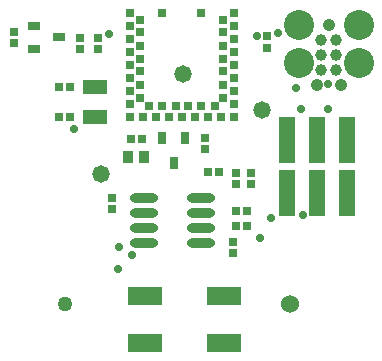
<source format=gts>
%FSTAX23Y23*%
%MOIN*%
%SFA1B1*%

%IPPOS*%
%ADD28C,0.050000*%
%ADD29C,0.060000*%
%ADD39R,0.041470X0.031620*%
%ADD40R,0.029650X0.031620*%
%ADD41R,0.027690X0.031620*%
%ADD42R,0.031620X0.029650*%
%ADD43R,0.031620X0.027690*%
%ADD44C,0.039000*%
%ADD45R,0.058000X0.158000*%
%ADD46O,0.094610X0.031620*%
%ADD47R,0.031620X0.041470*%
%ADD48R,0.037530X0.039500*%
%ADD49R,0.078870X0.047370*%
%ADD50R,0.116270X0.063120*%
%ADD51R,0.027290X0.027290*%
%ADD52C,0.042000*%
%ADD53C,0.100000*%
%ADD54C,0.028000*%
%ADD55C,0.058000*%
%LNpumpminder_v2-1*%
%LPD*%
G54D28*
X0125Y0125D03*
G54D29*
X02Y0125D03*
G54D39*
X01147Y02177D03*
Y02102D03*
X01232Y0214D03*
G54D40*
X0182Y0165D03*
Y01689D03*
X0187D03*
Y0165D03*
X01717Y01766D03*
Y01805D03*
X013Y02139D03*
Y021D03*
X0136D03*
Y02139D03*
X0108Y0212D03*
Y02159D03*
X01925Y02144D03*
Y02105D03*
G54D41*
X0181Y0142D03*
Y01459D03*
X01407Y01605D03*
Y01566D03*
G54D42*
X0182Y0151D03*
X01859D03*
X01727Y0169D03*
X01766D03*
G54D43*
X0182Y0156D03*
X01859D03*
X01509Y018D03*
X0147D03*
X01269Y01875D03*
X0123D03*
X01269Y01975D03*
X0123D03*
G54D44*
X02155Y0208D03*
X02105Y0203D03*
X02155D03*
X02105Y0208D03*
X02155Y0213D03*
X02105D03*
G54D45*
X0199Y01622D03*
Y01797D03*
X0209Y01622D03*
Y01797D03*
X0219Y01622D03*
Y01797D03*
G54D46*
X01704Y01455D03*
Y01505D03*
Y01555D03*
Y01605D03*
X01515Y01455D03*
Y01505D03*
Y01555D03*
Y01605D03*
G54D47*
X01651Y01805D03*
X01576D03*
X01614Y0172D03*
G54D48*
X01463Y0174D03*
X01516D03*
G54D49*
X0135Y01875D03*
Y01974D03*
G54D50*
X01517Y01121D03*
Y01278D03*
X01782Y01121D03*
Y01278D03*
G54D51*
X01576Y02221D03*
X01706D03*
X01503Y01939D03*
Y01982D03*
Y02026D03*
Y02069D03*
Y02112D03*
Y02156D03*
X01468Y01917D03*
Y01961D03*
Y02004D03*
Y02047D03*
Y02091D03*
Y02134D03*
Y02177D03*
X01503Y02199D03*
X01468Y02221D03*
Y01874D03*
X01511D03*
X01555D03*
X01598D03*
X01641D03*
X01685D03*
X01728D03*
X01771D03*
X01814D03*
X01533Y0191D03*
X01576D03*
X0162D03*
X01663D03*
X01706D03*
X0175D03*
X01814Y01917D03*
Y01961D03*
Y02004D03*
Y02047D03*
Y02091D03*
Y02134D03*
Y02177D03*
Y02221D03*
X01779Y01939D03*
Y01982D03*
Y02026D03*
Y02069D03*
Y02112D03*
Y02156D03*
Y02199D03*
G54D52*
X0213Y0218D03*
X0217Y0198D03*
X0209D03*
G54D53*
X0203Y0218D03*
X0223D03*
Y02055D03*
X0203D03*
G54D54*
X01398Y02151D03*
X0128Y01834D03*
X01476Y01415D03*
X01428Y01366D03*
X01433Y0144D03*
X01901Y01471D03*
X01938Y01537D03*
X02039Y019D03*
X02045Y01548D03*
X01963Y02155D03*
X02023Y01972D03*
X0189Y02144D03*
X02129Y01985D03*
Y01901D03*
G54D55*
X01908Y01897D03*
X01372Y01684D03*
X01645Y02018D03*
M02*
</source>
